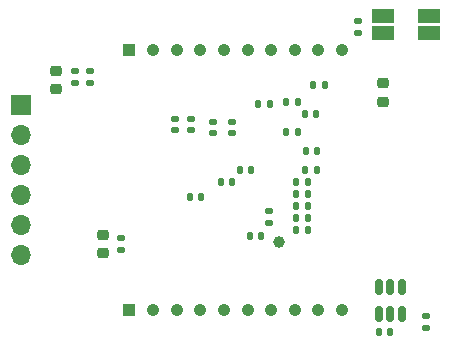
<source format=gbs>
%TF.GenerationSoftware,KiCad,Pcbnew,6.0.11+dfsg-1*%
%TF.CreationDate,2026-01-13T19:21:34-05:00*%
%TF.ProjectId,Deck_FPGA,4465636b-5f46-4504-9741-2e6b69636164,rev?*%
%TF.SameCoordinates,Original*%
%TF.FileFunction,Soldermask,Bot*%
%TF.FilePolarity,Negative*%
%FSLAX46Y46*%
G04 Gerber Fmt 4.6, Leading zero omitted, Abs format (unit mm)*
G04 Created by KiCad (PCBNEW 6.0.11+dfsg-1) date 2026-01-13 19:21:34*
%MOMM*%
%LPD*%
G01*
G04 APERTURE LIST*
G04 Aperture macros list*
%AMRoundRect*
0 Rectangle with rounded corners*
0 $1 Rounding radius*
0 $2 $3 $4 $5 $6 $7 $8 $9 X,Y pos of 4 corners*
0 Add a 4 corners polygon primitive as box body*
4,1,4,$2,$3,$4,$5,$6,$7,$8,$9,$2,$3,0*
0 Add four circle primitives for the rounded corners*
1,1,$1+$1,$2,$3*
1,1,$1+$1,$4,$5*
1,1,$1+$1,$6,$7*
1,1,$1+$1,$8,$9*
0 Add four rect primitives between the rounded corners*
20,1,$1+$1,$2,$3,$4,$5,0*
20,1,$1+$1,$4,$5,$6,$7,0*
20,1,$1+$1,$6,$7,$8,$9,0*
20,1,$1+$1,$8,$9,$2,$3,0*%
G04 Aperture macros list end*
%ADD10RoundRect,0.102000X-0.825000X-0.525000X0.825000X-0.525000X0.825000X0.525000X-0.825000X0.525000X0*%
%ADD11C,1.000000*%
%ADD12RoundRect,0.135000X0.185000X-0.135000X0.185000X0.135000X-0.185000X0.135000X-0.185000X-0.135000X0*%
%ADD13R,1.700000X1.700000*%
%ADD14O,1.700000X1.700000*%
%ADD15R,1.050000X1.050000*%
%ADD16C,1.050000*%
%ADD17RoundRect,0.140000X-0.140000X-0.170000X0.140000X-0.170000X0.140000X0.170000X-0.140000X0.170000X0*%
%ADD18RoundRect,0.140000X0.140000X0.170000X-0.140000X0.170000X-0.140000X-0.170000X0.140000X-0.170000X0*%
%ADD19RoundRect,0.140000X0.170000X-0.140000X0.170000X0.140000X-0.170000X0.140000X-0.170000X-0.140000X0*%
%ADD20RoundRect,0.135000X-0.135000X-0.185000X0.135000X-0.185000X0.135000X0.185000X-0.135000X0.185000X0*%
%ADD21RoundRect,0.225000X-0.250000X0.225000X-0.250000X-0.225000X0.250000X-0.225000X0.250000X0.225000X0*%
%ADD22RoundRect,0.135000X-0.185000X0.135000X-0.185000X-0.135000X0.185000X-0.135000X0.185000X0.135000X0*%
%ADD23RoundRect,0.140000X-0.170000X0.140000X-0.170000X-0.140000X0.170000X-0.140000X0.170000X0.140000X0*%
%ADD24RoundRect,0.225000X0.250000X-0.225000X0.250000X0.225000X-0.250000X0.225000X-0.250000X-0.225000X0*%
%ADD25RoundRect,0.150000X0.150000X-0.512500X0.150000X0.512500X-0.150000X0.512500X-0.150000X-0.512500X0*%
G04 APERTURE END LIST*
D10*
%TO.C,SW1*%
X116337500Y-98550000D03*
X116337500Y-97100000D03*
X112487500Y-97100000D03*
X112487500Y-98550000D03*
%TD*%
D11*
%TO.C,TP1*%
X103650000Y-116250000D03*
%TD*%
D12*
%TO.C,R27*%
X110350000Y-98610000D03*
X110350000Y-97590000D03*
%TD*%
D13*
%TO.C,J3*%
X81800000Y-104650000D03*
D14*
X81800000Y-107190000D03*
X81800000Y-109730000D03*
X81800000Y-112270000D03*
X81800000Y-114810000D03*
X81800000Y-117350000D03*
%TD*%
D15*
%TO.C,J1*%
X91000000Y-122000000D03*
D16*
X93000000Y-122000000D03*
X95000000Y-122000000D03*
X97000000Y-122000000D03*
X99000000Y-122000000D03*
X101000000Y-122000000D03*
X103000000Y-122000000D03*
X105000000Y-122000000D03*
X107000000Y-122000000D03*
X109000000Y-122000000D03*
%TD*%
D15*
%TO.C,J2*%
X91000000Y-100000000D03*
D16*
X93000000Y-100000000D03*
X95000000Y-100000000D03*
X97000000Y-100000000D03*
X99000000Y-100000000D03*
X101000000Y-100000000D03*
X103000000Y-100000000D03*
X105000000Y-100000000D03*
X107000000Y-100000000D03*
X109000000Y-100000000D03*
%TD*%
D17*
%TO.C,C14*%
X104270000Y-104450000D03*
X105230000Y-104450000D03*
%TD*%
D18*
%TO.C,C17*%
X97080000Y-112450000D03*
X96120000Y-112450000D03*
%TD*%
D19*
%TO.C,C6*%
X99650000Y-107080000D03*
X99650000Y-106120000D03*
%TD*%
D20*
%TO.C,R2*%
X104240000Y-106950000D03*
X105260000Y-106950000D03*
%TD*%
%TO.C,R6*%
X105090000Y-113200000D03*
X106110000Y-113200000D03*
%TD*%
D21*
%TO.C,C15*%
X88800000Y-115675000D03*
X88800000Y-117225000D03*
%TD*%
D18*
%TO.C,C18*%
X101330000Y-110200000D03*
X100370000Y-110200000D03*
%TD*%
%TO.C,C8*%
X106830000Y-105450000D03*
X105870000Y-105450000D03*
%TD*%
D19*
%TO.C,C5*%
X98050000Y-107080000D03*
X98050000Y-106120000D03*
%TD*%
D22*
%TO.C,R25*%
X86350000Y-101790000D03*
X86350000Y-102810000D03*
%TD*%
D23*
%TO.C,C30*%
X116150000Y-122570000D03*
X116150000Y-123530000D03*
%TD*%
D21*
%TO.C,C19*%
X84750000Y-101775000D03*
X84750000Y-103325000D03*
%TD*%
D18*
%TO.C,C4*%
X99680000Y-111150000D03*
X98720000Y-111150000D03*
%TD*%
D17*
%TO.C,C11*%
X105920000Y-108600000D03*
X106880000Y-108600000D03*
%TD*%
D18*
%TO.C,C10*%
X106080000Y-115250000D03*
X105120000Y-115250000D03*
%TD*%
D23*
%TO.C,C21*%
X96250000Y-105820000D03*
X96250000Y-106780000D03*
%TD*%
D24*
%TO.C,C7*%
X112450000Y-104375000D03*
X112450000Y-102825000D03*
%TD*%
D18*
%TO.C,C12*%
X107530000Y-103000000D03*
X106570000Y-103000000D03*
%TD*%
D20*
%TO.C,R3*%
X105890000Y-110150000D03*
X106910000Y-110150000D03*
%TD*%
D23*
%TO.C,C20*%
X94850000Y-105820000D03*
X94850000Y-106780000D03*
%TD*%
D20*
%TO.C,R1*%
X105090000Y-111200000D03*
X106110000Y-111200000D03*
%TD*%
D17*
%TO.C,C31*%
X112120000Y-123900000D03*
X113080000Y-123900000D03*
%TD*%
%TO.C,C34*%
X101220000Y-115800000D03*
X102180000Y-115800000D03*
%TD*%
D23*
%TO.C,C33*%
X102850000Y-113670000D03*
X102850000Y-114630000D03*
%TD*%
D20*
%TO.C,R4*%
X105090000Y-114200000D03*
X106110000Y-114200000D03*
%TD*%
D17*
%TO.C,C13*%
X101920000Y-104550000D03*
X102880000Y-104550000D03*
%TD*%
D12*
%TO.C,R24*%
X87700000Y-102810000D03*
X87700000Y-101790000D03*
%TD*%
D25*
%TO.C,U4*%
X114050000Y-122337500D03*
X113100000Y-122337500D03*
X112150000Y-122337500D03*
X112150000Y-120062500D03*
X113100000Y-120062500D03*
X114050000Y-120062500D03*
%TD*%
D23*
%TO.C,C16*%
X90300000Y-115970000D03*
X90300000Y-116930000D03*
%TD*%
D20*
%TO.C,R5*%
X105090000Y-112200000D03*
X106110000Y-112200000D03*
%TD*%
M02*

</source>
